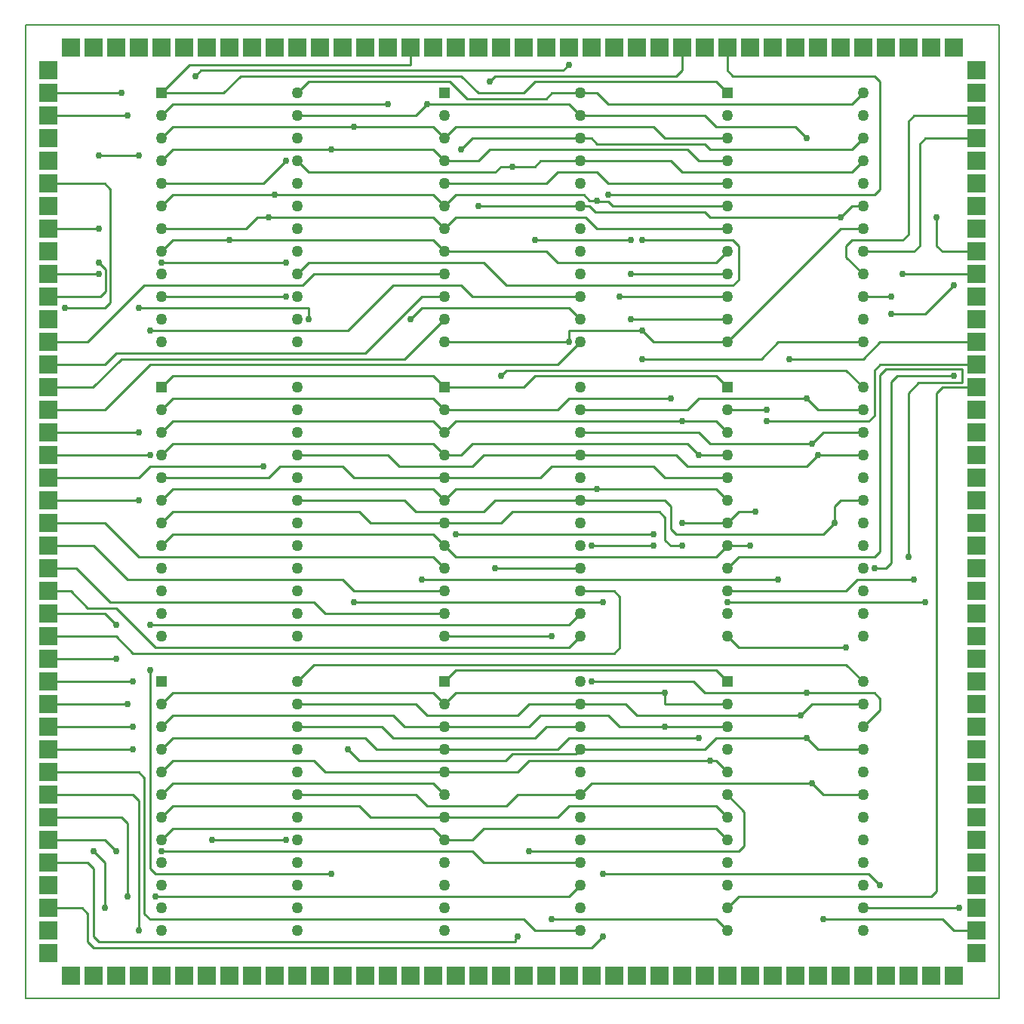
<source format=gbr>
G04 PROTEUS GERBER X2 FILE*
%TF.GenerationSoftware,Labcenter,Proteus,8.13-SP0-Build31525*%
%TF.CreationDate,2022-07-18T16:04:25+00:00*%
%TF.FileFunction,Copper,L1,Top*%
%TF.FilePolarity,Positive*%
%TF.Part,Single*%
%TF.SameCoordinates,{a14ccd22-1d2d-4c41-ae0f-5237a1d864ee}*%
%FSLAX45Y45*%
%MOMM*%
G01*
%TA.AperFunction,Conductor*%
%ADD10C,0.254000*%
%TA.AperFunction,ViaPad*%
%ADD11C,0.762000*%
%TA.AperFunction,ComponentPad*%
%ADD12R,2.032000X2.032000*%
%TA.AperFunction,ComponentPad*%
%ADD13R,1.270000X1.270000*%
%ADD14C,1.270000*%
%TA.AperFunction,Profile*%
%ADD15C,0.203200*%
%TD.AperFunction*%
D10*
X-3175000Y+2794000D02*
X-3810000Y+2794000D01*
X-3937000Y+2667000D01*
X+2413000Y-635000D02*
X+2667000Y-635000D01*
X-762000Y-3937000D02*
X-889000Y-3810000D01*
X-3810000Y-3810000D01*
X-3937000Y-3937000D01*
X-762000Y+2667000D02*
X+381000Y+2667000D01*
X+508000Y+2540000D01*
X+2286000Y+2540000D01*
X+2413000Y+2667000D01*
X-762000Y-3937000D02*
X-444500Y-3937000D01*
X-317500Y-3810000D01*
X+2286000Y-3810000D01*
X+2413000Y-3937000D01*
X-3048000Y+2794000D02*
X-3175000Y+2794000D01*
X-2921000Y+2794000D02*
X-3048000Y+2794000D01*
X-762000Y+2667000D02*
X-889000Y+2794000D01*
X-2921000Y+2794000D01*
X-762000Y-635000D02*
X-889000Y-508000D01*
X-3810000Y-508000D01*
X-3937000Y-635000D01*
X-762000Y-635000D02*
X-635000Y-762000D01*
X+2286000Y-762000D01*
X+2413000Y-635000D01*
X+762000Y-127000D02*
X+1714500Y-127000D01*
X+1778000Y-190500D01*
X+1778000Y-444500D01*
X+1841500Y-508000D01*
X+3492500Y-508000D01*
X+3619500Y-381000D01*
X+762000Y+3175000D02*
X+869950Y+3175000D01*
X+933450Y+3111500D01*
X+2159000Y+3111500D01*
X+2222500Y+3048000D01*
X+3683000Y+3048000D01*
X+762000Y-3429000D02*
X+889000Y-3302000D01*
X+3365500Y-3302000D01*
X+3619500Y-381000D02*
X+3619500Y-190500D01*
X+3683000Y-127000D01*
X+3937000Y-127000D01*
X+3683000Y+3048000D02*
X+3810000Y+3175000D01*
X+3937000Y+3175000D01*
X+762000Y-127000D02*
X-190500Y-127000D01*
X-317500Y-254000D01*
X-1079500Y-254000D01*
X-1206500Y-127000D01*
X-2413000Y-127000D01*
X+762000Y-3429000D02*
X+63500Y-3429000D01*
X-63500Y-3556000D01*
X-952500Y-3556000D01*
X-1079500Y-3429000D01*
X-2413000Y-3429000D01*
X+762000Y+3175000D02*
X-381000Y+3175000D01*
X+3365500Y-3302000D02*
X+3492500Y-3429000D01*
X+3937000Y-3429000D01*
X+762000Y-2921000D02*
X+2159000Y-2920999D01*
X+2285999Y-2794000D01*
X+3302000Y-2794000D01*
X-127000Y+3619500D02*
X-190500Y+3556000D01*
X-2285999Y+3556000D01*
X-2413000Y+3683000D01*
X-2413000Y+3683001D01*
X+762000Y+381000D02*
X+1841500Y+381001D01*
X+1968501Y+254000D01*
X+3302000Y+254000D01*
X+3429000Y+381000D01*
X+762000Y+381001D02*
X+762000Y+381000D01*
X-317500Y+381001D01*
X-444501Y+254000D01*
X-1270000Y+254000D01*
X-1397001Y+381001D01*
X-2413000Y+381000D01*
X-2413000Y+381001D01*
X+762000Y+3683000D02*
X+1778000Y+3683001D01*
X+1905001Y+3556000D01*
X+3809999Y+3556000D01*
X+3937000Y+3683000D01*
X+3937000Y+3683001D01*
X+762000Y+3683001D02*
X+762000Y+3683000D01*
X+317500Y+3683001D01*
X+253999Y+3619500D01*
X+0Y+3619500D01*
X+3429000Y+381000D02*
X+3429001Y+381001D01*
X+3937000Y+381000D01*
X+3937000Y+381001D01*
X+762000Y-2920999D02*
X+762000Y-2921000D01*
X+711199Y-2971800D01*
X+0Y-2971800D01*
X-76200Y-3048000D01*
X-1714500Y-3048000D01*
X-1841500Y-2921000D01*
X+3302000Y-2794000D02*
X+3428999Y-2920999D01*
X+3937000Y-2921000D01*
X+3937000Y-2920999D01*
X-127000Y+3619500D02*
X+0Y+3619500D01*
X-762000Y-381000D02*
X-127000Y-381000D01*
X+0Y-254000D01*
X+1651000Y-254000D01*
X+1714500Y-317500D01*
X+1714500Y-571500D01*
X+1778000Y-635000D01*
X+1905000Y-635000D01*
X-762000Y+2921000D02*
X-635000Y+3048000D01*
X+825500Y+3048000D01*
X+952500Y+2921000D01*
X+2413000Y+2921000D01*
X-762000Y+2921000D02*
X-889000Y+3048000D01*
X-2730500Y+3048000D01*
X-2857500Y+3048000D02*
X-2984500Y+2921000D01*
X-3937000Y+2921000D01*
X-762000Y-381000D02*
X-1587500Y-381000D01*
X-1714500Y-254000D01*
X-3810000Y-254000D01*
X-3937000Y-381000D01*
X-762000Y-3683000D02*
X-1587500Y-3683000D01*
X-1714500Y-3556000D01*
X-3810000Y-3556000D01*
X-3937000Y-3683000D01*
X-2857500Y+3048000D02*
X-2730500Y+3048000D01*
X+2413000Y-381000D02*
X+2540000Y-254000D01*
X+2730500Y-254000D01*
X+2413000Y-381000D02*
X+1905000Y-381000D01*
X-762000Y-3683000D02*
X+508000Y-3683000D01*
X+635000Y-3556000D01*
X+1905000Y-3556000D01*
X+2413000Y-3683000D02*
X+2286000Y-3556000D01*
X+1905000Y-3556000D01*
X+2413000Y-3429000D02*
X+2603500Y-3619500D01*
X+2603500Y-4000500D01*
X+2540000Y-4064000D01*
X+190500Y-4064000D01*
X+825500Y+0D02*
X+952500Y+0D01*
X-762000Y-127000D02*
X-635000Y+0D01*
X+825500Y+0D01*
X-762000Y+3175000D02*
X-635000Y+3302000D01*
X+806450Y+3302000D01*
X+869950Y+3238500D01*
X+952500Y+3238500D01*
X+965200Y+3225800D01*
X+1079500Y+3225800D01*
X+1130300Y+3175000D01*
X+2413000Y+3175000D01*
X+2413000Y-127000D02*
X+2286000Y+0D01*
X+952500Y+0D01*
X-2667000Y+3302000D02*
X-3810000Y+3302000D01*
X-3937000Y+3175000D01*
X-2286000Y+3302000D02*
X-2667000Y+3302000D01*
X-762000Y+3175000D02*
X-889000Y+3302000D01*
X-2286000Y+3302000D01*
X-762000Y-127000D02*
X-889000Y+0D01*
X-3810000Y+0D01*
X-3937000Y-127000D01*
X-762000Y-3429000D02*
X-889000Y-3302000D01*
X-3810000Y-3302000D01*
X-3937000Y-3429000D01*
X-2540000Y+3683000D02*
X-2794000Y+3429000D01*
X-3937000Y+3429000D01*
X-762000Y-3175000D02*
X-2095500Y-3175000D01*
X-2222500Y-3048000D01*
X-3810000Y-3048000D01*
X-3937000Y-3175000D01*
X-762000Y+127000D02*
X-1778000Y+127000D01*
X-1905000Y+254000D01*
X-2603500Y+254000D01*
X-2730500Y+127000D01*
X-3937000Y+127000D01*
X-762000Y+127000D02*
X+317500Y+127000D01*
X+444500Y+254000D01*
X+1587500Y+254000D01*
X+1714500Y+127000D01*
X+2413000Y+127000D01*
X-762000Y+3429000D02*
X+381000Y+3429000D01*
X+508000Y+3556000D01*
X+952500Y+3556000D01*
X+1079500Y+3429000D01*
X+2413000Y+3429000D01*
X-762000Y-3175000D02*
X+63500Y-3175000D01*
X+190500Y-3048000D01*
X+2222500Y-3048000D01*
X+2286000Y-3048000D01*
X+2413000Y-3175000D01*
X-762000Y+3683000D02*
X-381000Y+3683000D01*
X-254000Y+3810000D01*
X+1968500Y+3810000D01*
X+2095500Y+3683000D01*
X+2413000Y+3683000D01*
X-762000Y+381000D02*
X-889000Y+508000D01*
X-3810000Y+508000D01*
X-3937000Y+381000D01*
X-762000Y-2921000D02*
X-1524000Y-2921000D01*
X-1651000Y-2794000D01*
X-3810000Y-2794000D01*
X-3937000Y-2921000D01*
X-762000Y+381000D02*
X-571500Y+381000D01*
X-444500Y+508000D01*
X+1968500Y+508000D01*
X+2095500Y+381000D01*
X+2413000Y+381000D01*
X-2032000Y+3810000D02*
X-3810000Y+3810000D01*
X-3937000Y+3683000D01*
X-1905000Y+3810000D02*
X-1778000Y+3810000D01*
X-762000Y-2921000D02*
X+508000Y-2921000D01*
X+635000Y-2794000D01*
X+1905000Y-2794000D01*
X-1905000Y+3810000D02*
X-2032000Y+3810000D01*
X+2095500Y-2794000D02*
X+1905000Y-2794000D01*
X-762000Y+3683000D02*
X-889000Y+3810000D01*
X-1778000Y+3810000D01*
X+1587500Y-2667000D02*
X+1714500Y-2667000D01*
X-762000Y+635000D02*
X-889000Y+762000D01*
X-3810000Y+762000D01*
X-3937000Y+635000D01*
X-1778000Y+4064000D02*
X-3810000Y+4064000D01*
X-3937000Y+3937000D01*
X-762000Y+3937000D02*
X-889000Y+4064000D01*
X-1778000Y+4064000D01*
X+1905000Y+762000D02*
X+2286000Y+762000D01*
X+2413000Y+635000D01*
X-762000Y+3937000D02*
X-635000Y+4064000D01*
X+1587500Y+4064000D01*
X+1714500Y+3937000D01*
X+2413000Y+3937000D01*
X-762000Y-2667000D02*
X-1206500Y-2667000D01*
X-1333500Y-2540000D01*
X-3810000Y-2540000D01*
X-3937000Y-2667000D01*
X-762000Y+635000D02*
X-635000Y+762000D01*
X+1905000Y+762000D01*
X-762000Y-2667000D02*
X+190500Y-2667000D01*
X+317500Y-2540000D01*
X+1079500Y-2540000D01*
X+1206500Y-2667000D01*
X+1587500Y-2667000D01*
X+1714500Y-2667000D02*
X+2413000Y-2667000D01*
X-762000Y-2413000D02*
X-635000Y-2286000D01*
X+1714500Y-2286000D01*
X+1714500Y-2413000D02*
X+1714500Y-2286000D01*
X+1714500Y-2413000D02*
X+2413000Y-2413000D01*
X+2857500Y+889000D02*
X+2413000Y+889000D01*
X-3937000Y+4191000D02*
X-3810000Y+4318000D01*
X-1397000Y+4318000D01*
X-762000Y+889000D02*
X+508000Y+889000D01*
X+635000Y+1016000D01*
X+1778000Y+1016000D01*
X-3937000Y+889000D02*
X-3810000Y+1016000D01*
X-889000Y+1016000D01*
X-762000Y+889000D01*
X-762000Y-2413000D02*
X-889000Y-2286000D01*
X-3810000Y-2286000D01*
X-3937000Y-2413000D01*
X-1143000Y+4953000D02*
X-1143000Y+4762500D01*
X-3619500Y+4762500D01*
X-3937000Y+4445000D01*
X-3238500Y+4445000D01*
X-3048000Y+4635500D01*
X-571500Y+4635500D01*
X-381000Y+4445000D01*
X+127000Y+4445000D01*
X+254000Y+4572000D01*
X+2286000Y+4572000D01*
X+2413000Y+4445000D01*
X-762000Y+1143000D02*
X+127000Y+1143000D01*
X+254000Y+1270000D01*
X+2286000Y+1270000D01*
X+2413000Y+1143000D01*
X-762000Y-2159000D02*
X-635000Y-2032000D01*
X+2286000Y-2032000D01*
X+2413000Y-2159000D01*
X-762000Y+1143000D02*
X-889000Y+1270000D01*
X-3810000Y+1270000D01*
X-3937000Y+1143000D01*
X+762000Y+4191000D02*
X+2159000Y+4191001D01*
X+2286001Y+4064000D01*
X+3175000Y+4064000D01*
X+3302000Y+3937000D01*
X+762000Y+889001D02*
X+762000Y+889000D01*
X+1968500Y+889001D01*
X+2095499Y+1016000D01*
X+3302000Y+1016000D01*
X+762000Y-2413000D02*
X+1270000Y-2412999D01*
X+1397001Y-2540000D01*
X+3238500Y-2540000D01*
X+762000Y+4191001D02*
X+762000Y+4191000D01*
X+635001Y+4318000D01*
X-952500Y+4318000D01*
X-1079499Y+4191001D01*
X-2413000Y+4191000D01*
X-2413000Y+4191001D01*
X+3302000Y+1016000D02*
X+3428999Y+889001D01*
X+3937000Y+889000D01*
X+3937000Y+889001D01*
X+762000Y-2412999D02*
X+762000Y-2413000D01*
X+190500Y-2412999D01*
X+63499Y-2540000D01*
X-952500Y-2540000D01*
X-1079501Y-2412999D01*
X-2413000Y-2413000D01*
X-2413000Y-2412999D01*
X+3238500Y-2540000D02*
X+3365501Y-2412999D01*
X+3937000Y-2413000D01*
X+3937000Y-2412999D01*
X+762000Y+635001D02*
X+762000Y+635000D01*
X+2095500Y+635001D01*
X+2222501Y+508000D01*
X+3365500Y+508000D01*
X+3302000Y-2286000D02*
X+4064000Y-2286000D01*
X+4127500Y-2349500D01*
X+4127500Y-2476499D01*
X+3937000Y-2667000D01*
X+3937000Y-2666999D01*
X+3365500Y+508000D02*
X+3492501Y+635001D01*
X+3937000Y+635000D01*
X+3937000Y+635001D01*
X+762000Y-2666999D02*
X+762000Y-2667000D01*
X+381000Y-2666999D01*
X+253999Y-2794000D01*
X-1333500Y-2794000D01*
X-1460501Y-2666999D01*
X-2413000Y-2667000D01*
X-2413000Y-2666999D01*
X+762000Y+3937000D02*
X+889000Y+3937001D01*
X+952501Y+3873500D01*
X+2159000Y+3873500D01*
X+2222500Y+3810000D01*
X+3809999Y+3810000D01*
X+3937000Y+3937000D01*
X+3937000Y+3937001D01*
X+762000Y+3937001D02*
X+762000Y+3937000D01*
X-444499Y+3937001D01*
X-571500Y+3810000D01*
X+3302000Y-2286000D02*
X+2159000Y-2286000D01*
X+2032000Y-2159000D01*
X+889000Y-2159000D01*
X+5207000Y+4191000D02*
X+4508500Y+4191000D01*
X+4445000Y+4127500D01*
X+4445000Y+2857500D01*
X+4381500Y+2794000D01*
X+3810000Y+2794000D01*
X+3746500Y+2730500D01*
X+3746500Y+2603500D01*
X+3937000Y+2413000D01*
X+5207000Y+3937000D02*
X+4635500Y+3937000D01*
X+4572000Y+3873500D01*
X+4572000Y+2730500D01*
X+4508500Y+2667000D01*
X+3937000Y+2667000D01*
X+4254500Y+2159000D02*
X+3937000Y+2159000D01*
X+1016000Y-5016500D02*
X+889000Y-5143500D01*
X-4699000Y-5143500D01*
X-4762500Y-5080000D01*
X-4762500Y-4762500D01*
X-4826000Y-4699000D01*
X-5207000Y-4699000D01*
X+1206500Y+2159000D02*
X+2413000Y+2159000D01*
X+1333500Y+1905000D02*
X+2413000Y+1905000D01*
X+1460500Y+1460500D02*
X+2794000Y+1460500D01*
X+2984500Y+1651000D01*
X+3937000Y+1651000D01*
X-3937000Y+2540000D02*
X-2540000Y+2540000D01*
X+1587500Y-508000D02*
X-635000Y-508000D01*
X+2984500Y-1016000D02*
X-1016000Y-1016000D01*
X-2540000Y+2159000D02*
X-3937000Y+2159000D01*
X+635000Y+4762500D02*
X+571500Y+4699000D01*
X-3492500Y+4699000D01*
X-3556000Y+4635500D01*
X+1333500Y+2794000D02*
X+254000Y+2794000D01*
X+1460500Y+2794000D02*
X+2476500Y+2794000D01*
X+2540000Y+2730500D01*
X+2540000Y+2349500D01*
X+2476500Y+2286000D01*
X-63500Y+2286000D01*
X-317500Y+2540000D01*
X-2286000Y+2540000D01*
X-2413000Y+2413000D01*
X-254000Y+4572000D02*
X-190500Y+4635500D01*
X+1841500Y+4635500D01*
X+1905000Y+4699000D01*
X+1905000Y+4953000D01*
X+889000Y-635000D02*
X+1587500Y-635000D01*
X+1079500Y+3302000D02*
X+4064000Y+3302000D01*
X+4127500Y+3365500D01*
X+4127500Y+4572000D01*
X+4064000Y+4635500D01*
X+2476500Y+4635500D01*
X+2413000Y+4699000D01*
X+2413000Y+4953000D01*
X-1778000Y-1270000D02*
X+1016000Y-1270000D01*
X-4191000Y-4953000D02*
X-4191000Y-3492500D01*
X-4254500Y-3429000D01*
X-5207000Y-3429000D01*
X-5207000Y-3175000D02*
X-4191000Y-3175000D01*
X-4127500Y-3238500D01*
X-4127500Y-4762500D01*
X-4064000Y-4826000D01*
X+127000Y-4826000D01*
X+254000Y-4953000D01*
X+762000Y-4953000D01*
X+1333500Y+2413000D02*
X+2413000Y+2413000D01*
X+63500Y-5016500D02*
X+41698Y-5038302D01*
X+41698Y-5080000D01*
X-4635500Y-5080000D01*
X-4699000Y-5016500D01*
X-4699000Y-4254500D01*
X-4762500Y-4191000D01*
X-5207000Y-4191000D01*
X-3937000Y-4064000D02*
X-444500Y-4064000D01*
X-317500Y-4191000D01*
X+762000Y-4191000D01*
X-4445000Y-4064000D02*
X-4572000Y-3937000D01*
X-5207000Y-3937000D01*
X-4318000Y-4572000D02*
X-4318000Y-3746500D01*
X-4381500Y-3683000D01*
X-5207000Y-3683000D01*
X-4000500Y-4572000D02*
X+635000Y-4572000D01*
X+762000Y-4445000D01*
X-4254500Y-2921000D02*
X-5207000Y-2921000D01*
X+2413000Y+1651000D02*
X+3683000Y+2921000D01*
X+3937000Y+2921000D01*
X+2413000Y-4953000D02*
X+2286000Y-4826000D01*
X+444500Y-4826000D01*
X+635000Y+1651000D02*
X+635000Y+1778000D01*
X+1460500Y+1778000D01*
X+3492500Y-4826000D02*
X+4826000Y-4826000D01*
X+4953000Y-4953000D01*
X+5207000Y-4953000D01*
X+635000Y+1651000D02*
X-762000Y+1651000D01*
X+3746500Y-1778000D02*
X+2540000Y-1778000D01*
X+2413000Y-1651000D01*
X-762000Y-1651000D02*
X+444500Y-1651000D01*
X+2413000Y+1651000D02*
X+1587500Y+1651000D01*
X+1460500Y+1778000D01*
X-4254500Y-2159000D02*
X-5207000Y-2159000D01*
X-4318000Y-2413000D02*
X-5207000Y-2413000D01*
X-4254500Y-2667000D02*
X-5207000Y-2667000D01*
X-5207000Y+889000D02*
X-4572000Y+889000D01*
X-4064000Y+1397000D01*
X+508000Y+1397000D01*
X+762000Y+1651000D01*
X-1143000Y+1905000D02*
X-1016000Y+2032000D01*
X+635000Y+2032000D01*
X+762000Y+1905000D01*
X-4191000Y+2032000D02*
X-2286000Y+2032000D01*
X-2286000Y+1905000D01*
X-4191000Y+635000D02*
X-5207000Y+635000D01*
X-4064000Y+1778000D02*
X-1841500Y+1778000D01*
X-1333500Y+2286000D01*
X-571500Y+2286000D01*
X-444500Y+2159000D01*
X+762000Y+2159000D01*
X-4064000Y+381000D02*
X-5207000Y+381000D01*
X+5016500Y-4699000D02*
X+3937000Y-4699000D01*
X+5207000Y+1143000D02*
X+4826000Y+1143000D01*
X+4762500Y+1079500D01*
X+4762500Y-4508500D01*
X+4699000Y-4572000D01*
X+2540000Y-4572000D01*
X+2413000Y-4699000D01*
X-2794000Y+254000D02*
X-4064000Y+254000D01*
X-4191000Y+127000D01*
X-5207000Y+127000D01*
X-4191000Y-127000D02*
X-5207000Y-127000D01*
X-5207000Y-381000D02*
X-4572000Y-381000D01*
X-4191000Y-762000D01*
X-889000Y-762000D01*
X-762000Y-889000D01*
X-762000Y-1143000D02*
X-1778000Y-1143000D01*
X-1905000Y-1016000D01*
X-4318000Y-1016000D01*
X-4699000Y-635000D01*
X-5207000Y-635000D01*
X-762000Y-1397000D02*
X-2095500Y-1397000D01*
X-2222500Y-1270000D01*
X-4508500Y-1270000D01*
X-4889500Y-889000D01*
X-5207000Y-889000D01*
X+762000Y-1651000D02*
X+635000Y-1778000D01*
X-4000500Y-1778000D01*
X-4445000Y-1333500D01*
X-4762500Y-1333500D01*
X-4953000Y-1143000D01*
X-5207000Y-1143000D01*
X-4445000Y-1524000D02*
X-4572000Y-1397000D01*
X-5207000Y-1397000D01*
X-4064000Y-1524000D02*
X+635000Y-1524000D01*
X+762000Y-1397000D01*
X-5207000Y-1651000D02*
X-4445000Y-1651000D01*
X-4254500Y-1841500D01*
X+1143000Y-1841500D01*
X+1206500Y-1778000D01*
X+1206500Y-1206500D01*
X+1143000Y-1143000D01*
X+762000Y-1143000D01*
X-190500Y-889000D02*
X+762000Y-889000D01*
X-4445000Y-1905000D02*
X-5207000Y-1905000D01*
X+2857500Y+762000D02*
X+4000500Y+762000D01*
X+4064000Y+825500D01*
X+4064000Y+1333500D01*
X+4127500Y+1397000D01*
X+5207000Y+1397000D01*
X+3111500Y+1460500D02*
X+3937000Y+1460500D01*
X+4127500Y+1651000D01*
X+5207000Y+1651000D01*
X+4953000Y+2286000D02*
X+4635500Y+1968500D01*
X+4254500Y+1968500D01*
X+4064000Y-889000D02*
X+4191000Y-889000D01*
X+4254500Y-825500D01*
X+4254500Y+1206500D01*
X+4318000Y+1270000D01*
X+4953000Y+1270000D01*
X-4635500Y+2413000D02*
X-5207000Y+2413000D01*
X-4635500Y+2540000D02*
X-4559300Y+2463800D01*
X-4559300Y+2222500D01*
X-4622800Y+2159000D01*
X-5207000Y+2159000D01*
X-2540000Y-3937000D02*
X-3365500Y-3937000D01*
X-5207000Y+1651000D02*
X-4762500Y+1651000D01*
X-4127500Y+2286000D01*
X-2349500Y+2286000D01*
X-2222500Y+2413000D01*
X-762000Y+2413000D01*
X-762000Y+2159000D02*
X-1016000Y+2159000D01*
X-1651000Y+1524000D01*
X-4445000Y+1524000D01*
X-4572000Y+1397000D01*
X-5207000Y+1397000D01*
X-762000Y+1905000D02*
X-1206500Y+1460500D01*
X-4383351Y+1460500D01*
X-4700851Y+1143000D01*
X-5207000Y+1143000D01*
X+4445000Y-762000D02*
X+4445000Y+1079500D01*
X+4559300Y+1193800D01*
X+5048250Y+1193800D01*
X+5048250Y+1346200D01*
X+4191000Y+1346200D01*
X+4127500Y+1282700D01*
X+4127500Y-698500D01*
X+4064000Y-762000D01*
X+2540000Y-762000D01*
X+2413000Y-889000D01*
X+4508500Y-1016000D02*
X+3873500Y-1016000D01*
X+3746500Y-1143000D01*
X+2413000Y-1143000D01*
X+2413000Y-1270000D02*
X+4635500Y-1270000D01*
X+4762500Y+3048000D02*
X+4762500Y+2730500D01*
X+4826000Y+2667000D01*
X+5207000Y+2667000D01*
X+4381500Y+2413000D02*
X+5207000Y+2413000D01*
X-4381500Y+4445000D02*
X-5207000Y+4445000D01*
X-4318000Y+4191000D02*
X-5207000Y+4191000D01*
X-4635500Y+3746500D02*
X-4191000Y+3746500D01*
X-5016500Y+2032000D02*
X-4572000Y+2032000D01*
X-4508500Y+2095500D01*
X-4508500Y+3365500D01*
X-4572000Y+3429000D01*
X-5207000Y+3429000D01*
X-4699000Y-4064000D02*
X-4572000Y-4191000D01*
X-4572000Y-4699000D01*
X-4635500Y+2921000D02*
X-5207000Y+2921000D01*
X-2032000Y-4318000D02*
X-4000500Y-4318000D01*
X-4064000Y-4254500D01*
X-4064000Y-2032000D01*
X+3937000Y+1143000D02*
X+3746500Y+1333500D01*
X-63500Y+1333500D01*
X-127000Y+1270000D01*
X+3937000Y-2159000D02*
X+3746500Y-1968500D01*
X-2222500Y-1968500D01*
X-2413000Y-2159000D01*
X+762000Y+4445000D02*
X+444500Y+4445000D01*
X+381000Y+4381500D01*
X-508000Y+4381500D01*
X-698500Y+4572000D01*
X-2286000Y+4572000D01*
X-2413000Y+4445000D01*
X+762000Y+4445000D02*
X+952500Y+4445000D01*
X+1079500Y+4318000D01*
X+3810000Y+4318000D01*
X+3937000Y+4445000D01*
X+1016000Y-4318000D02*
X+4000500Y-4318000D01*
X+4127500Y-4445000D01*
D11*
X-3175000Y+2794000D03*
X+2667000Y-635000D03*
X+3619500Y-381000D03*
X+3365500Y-3302000D03*
X+3683000Y+3048000D03*
X-381000Y+3175000D03*
X+0Y+3619500D03*
X-1841500Y-2921000D03*
X+3302000Y-2794000D03*
X+3429000Y+381000D03*
X-2730500Y+3048000D03*
X+2730500Y-254000D03*
X+1905000Y-381000D03*
X+1905000Y-635000D03*
X+190500Y-4064000D03*
X+952500Y+0D03*
X+952500Y+3238500D03*
X-2667000Y+3302000D03*
X-2540000Y+3683000D03*
X+2222500Y-3048000D03*
X-2032000Y+3810000D03*
X+2095500Y+381000D03*
X+2095500Y-2794000D03*
X+1714500Y-2667000D03*
X-1778000Y+4064000D03*
X+1905000Y+762000D03*
X+1714500Y-2286000D03*
X+2857500Y+889000D03*
X-1397000Y+4318000D03*
X+1778000Y+1016000D03*
X+3302000Y+3937000D03*
X+3238500Y-2540000D03*
X-952500Y+4318000D03*
X+3302000Y+1016000D03*
X-571500Y+3810000D03*
X+889000Y-2159000D03*
X+3302000Y-2286000D03*
X+3365500Y+508000D03*
X+4254500Y+2159000D03*
X+1016000Y-5016500D03*
X+1206500Y+2159000D03*
X+1333500Y+1905000D03*
X+1460500Y+1460500D03*
X-2540000Y+2540000D03*
X-3937000Y+2540000D03*
X-635000Y-508000D03*
X+1587500Y-508000D03*
X-1016000Y-1016000D03*
X+2984500Y-1016000D03*
X-2540000Y+2159000D03*
X-3556000Y+4635500D03*
X+635000Y+4762500D03*
X+254000Y+2794000D03*
X+1333500Y+2794000D03*
X+1460500Y+2794000D03*
X-254000Y+4572000D03*
X+1587500Y-635000D03*
X+889000Y-635000D03*
X+1079500Y+3302000D03*
X+1016000Y-1270000D03*
X-1778000Y-1270000D03*
X-4191000Y-4953000D03*
X+1333500Y+2413000D03*
X+63500Y-5016500D03*
X-3937000Y-4064000D03*
X-4445000Y-4064000D03*
X-4318000Y-4572000D03*
X-4000500Y-4572000D03*
X-4254500Y-2921000D03*
X+444500Y-4826000D03*
X+3492500Y-4826000D03*
X+3746500Y-1778000D03*
X+1460500Y+1778000D03*
X+635000Y+1651000D03*
X+444500Y-1651000D03*
X-4254500Y-2159000D03*
X-4318000Y-2413000D03*
X-4254500Y-2667000D03*
X-1143000Y+1905000D03*
X-2286000Y+1905000D03*
X-4191000Y+2032000D03*
X-4191000Y+635000D03*
X-4064000Y+1778000D03*
X-4064000Y+381000D03*
X+5016500Y-4699000D03*
X-2794000Y+254000D03*
X-4191000Y-127000D03*
X-4445000Y-1524000D03*
X-4064000Y-1524000D03*
X-190500Y-889000D03*
X-4445000Y-1905000D03*
X+2857500Y+762000D03*
X+3111500Y+1460500D03*
X+4254500Y+1968500D03*
X+4953000Y+2286000D03*
X+4953000Y+1270000D03*
X+4064000Y-889000D03*
X-4635500Y+2413000D03*
X-4635500Y+2540000D03*
X-3365500Y-3937000D03*
X-2540000Y-3937000D03*
X+4445000Y-762000D03*
X+4508500Y-1016000D03*
X+4635500Y-1270000D03*
X+2413000Y-1270000D03*
X+4762500Y+3048000D03*
X+4381500Y+2413000D03*
X-4381500Y+4445000D03*
X-4318000Y+4191000D03*
X-4191000Y+3746500D03*
X-4635500Y+3746500D03*
X-5016500Y+2032000D03*
X-4572000Y-4699000D03*
X-4699000Y-4064000D03*
X-4635500Y+2921000D03*
X-4064000Y-2032000D03*
X-2032000Y-4318000D03*
X-127000Y+1270000D03*
X+4127500Y-4445000D03*
X+1016000Y-4318000D03*
D12*
X-2921000Y+4953000D03*
X-2667000Y+4953000D03*
X-2413000Y+4953000D03*
X-2159000Y+4953000D03*
X-1905000Y+4953000D03*
X-1651000Y+4953000D03*
X-1397000Y+4953000D03*
X-1143000Y+4953000D03*
X-889000Y+4953000D03*
X-635000Y+4953000D03*
X-381000Y+4953000D03*
X-127000Y+4953000D03*
X+127000Y+4953000D03*
X+381000Y+4953000D03*
X+635000Y+4953000D03*
X+889000Y+4953000D03*
X+1143000Y+4953000D03*
X+1397000Y+4953000D03*
X+1651000Y+4953000D03*
X+1905000Y+4953000D03*
X+2159000Y+4953000D03*
X+2413000Y+4953000D03*
X+2667000Y+4953000D03*
X+2921000Y+4953000D03*
X+3175000Y+4953000D03*
X+3429000Y+4953000D03*
X+3683000Y+4953000D03*
X+3937000Y+4953000D03*
X+4191000Y+4953000D03*
X+4445000Y+4953000D03*
X+4699000Y+4953000D03*
X+4953000Y+4953000D03*
X-4953000Y+4953000D03*
X-4699000Y+4953000D03*
X-4445000Y+4953000D03*
X-4191000Y+4953000D03*
X-3937000Y+4953000D03*
X-3683000Y+4953000D03*
X-3429000Y+4953000D03*
X-3175000Y+4953000D03*
X-4953000Y-5461000D03*
X-4699000Y-5461000D03*
X-4445000Y-5461000D03*
X-4191000Y-5461000D03*
X-3937000Y-5461000D03*
X-3683000Y-5461000D03*
X-3429000Y-5461000D03*
X-3175000Y-5461000D03*
X-2921000Y-5461000D03*
X-2667000Y-5461000D03*
X-2413000Y-5461000D03*
X-2159000Y-5461000D03*
X-1905000Y-5461000D03*
X-1651000Y-5461000D03*
X-1397000Y-5461000D03*
X-1143000Y-5461000D03*
X-889000Y-5461000D03*
X-635000Y-5461000D03*
X-381000Y-5461000D03*
X-127000Y-5461000D03*
X+127000Y-5461000D03*
X+381000Y-5461000D03*
X+635000Y-5461000D03*
X+889000Y-5461000D03*
X+1143000Y-5461000D03*
X+1397000Y-5461000D03*
X+1651000Y-5461000D03*
X+1905000Y-5461000D03*
X+2159000Y-5461000D03*
X+2413000Y-5461000D03*
X+2667000Y-5461000D03*
X+2921000Y-5461000D03*
X+3175000Y-5461000D03*
X+3429000Y-5461000D03*
X+3683000Y-5461000D03*
X+3937000Y-5461000D03*
X+4191000Y-5461000D03*
X+4445000Y-5461000D03*
X+4699000Y-5461000D03*
X+4953000Y-5461000D03*
X-5207000Y+4699000D03*
X-5207000Y+4445000D03*
X-5207000Y+4191000D03*
X-5207000Y+3937000D03*
X-5207000Y+3683000D03*
X-5207000Y+3429000D03*
X-5207000Y+3175000D03*
X-5207000Y+2921000D03*
X-5207000Y+2667000D03*
X-5207000Y+2413000D03*
X-5207000Y+2159000D03*
X-5207000Y+1905000D03*
X-5207000Y+1651000D03*
X-5207000Y+1397000D03*
X-5207000Y+1143000D03*
X-5207000Y+889000D03*
X-5207000Y+635000D03*
X-5207000Y+381000D03*
X-5207000Y+127000D03*
X-5207000Y-127000D03*
X-5207000Y-381000D03*
X-5207000Y-635000D03*
X-5207000Y-889000D03*
X-5207000Y-1143000D03*
X-5207000Y-1397000D03*
X-5207000Y-1651000D03*
X-5207000Y-1905000D03*
X-5207000Y-2159000D03*
X-5207000Y-2413000D03*
X-5207000Y-2667000D03*
X-5207000Y-2921000D03*
X-5207000Y-3175000D03*
X-5207000Y-3429000D03*
X-5207000Y-3683000D03*
X-5207000Y-3937000D03*
X-5207000Y-4191000D03*
X-5207000Y-4445000D03*
X-5207000Y-4699000D03*
X-5207000Y-4953000D03*
X-5207000Y-5207000D03*
X+5207000Y+4699000D03*
X+5207000Y+4445000D03*
X+5207000Y+4191000D03*
X+5207000Y+3937000D03*
X+5207000Y+3683000D03*
X+5207000Y+3429000D03*
X+5207000Y+3175000D03*
X+5207000Y+2921000D03*
X+5207000Y+2667000D03*
X+5207000Y+2413000D03*
X+5207000Y+2159000D03*
X+5207000Y+1905000D03*
X+5207000Y+1651000D03*
X+5207000Y+1397000D03*
X+5207000Y+1143000D03*
X+5207000Y+889000D03*
X+5207000Y+635000D03*
X+5207000Y+381000D03*
X+5207000Y+127000D03*
X+5207000Y-127000D03*
X+5207000Y-381000D03*
X+5207000Y-635000D03*
X+5207000Y-889000D03*
X+5207000Y-1143000D03*
X+5207000Y-1397000D03*
X+5207000Y-1651000D03*
X+5207000Y-1905000D03*
X+5207000Y-2159000D03*
X+5207000Y-2413000D03*
X+5207000Y-2667000D03*
X+5207000Y-2921000D03*
X+5207000Y-3175000D03*
X+5207000Y-3429000D03*
X+5207000Y-3683000D03*
X+5207000Y-3937000D03*
X+5207000Y-4191000D03*
X+5207000Y-4445000D03*
X+5207000Y-4699000D03*
X+5207000Y-4953000D03*
X+5207000Y-5207000D03*
D13*
X-3937000Y+4445000D03*
D14*
X-3937000Y+4191000D03*
X-3937000Y+3937000D03*
X-3937000Y+3683000D03*
X-3937000Y+3429000D03*
X-3937000Y+3175000D03*
X-3937000Y+2921000D03*
X-3937000Y+2667000D03*
X-3937000Y+2413000D03*
X-3937000Y+2159000D03*
X-3937000Y+1905000D03*
X-3937000Y+1651000D03*
X-2413000Y+1651000D03*
X-2413000Y+1905000D03*
X-2413000Y+2159000D03*
X-2413000Y+2413000D03*
X-2413000Y+2667000D03*
X-2413000Y+2921000D03*
X-2413000Y+3175000D03*
X-2413000Y+3429000D03*
X-2413000Y+3683000D03*
X-2413000Y+3937000D03*
X-2413000Y+4191000D03*
X-2413000Y+4445000D03*
D13*
X-3937000Y+1143000D03*
D14*
X-3937000Y+889000D03*
X-3937000Y+635000D03*
X-3937000Y+381000D03*
X-3937000Y+127000D03*
X-3937000Y-127000D03*
X-3937000Y-381000D03*
X-3937000Y-635000D03*
X-3937000Y-889000D03*
X-3937000Y-1143000D03*
X-3937000Y-1397000D03*
X-3937000Y-1651000D03*
X-2413000Y-1651000D03*
X-2413000Y-1397000D03*
X-2413000Y-1143000D03*
X-2413000Y-889000D03*
X-2413000Y-635000D03*
X-2413000Y-381000D03*
X-2413000Y-127000D03*
X-2413000Y+127000D03*
X-2413000Y+381000D03*
X-2413000Y+635000D03*
X-2413000Y+889000D03*
X-2413000Y+1143000D03*
D13*
X-3937000Y-2159000D03*
D14*
X-3937000Y-2413000D03*
X-3937000Y-2667000D03*
X-3937000Y-2921000D03*
X-3937000Y-3175000D03*
X-3937000Y-3429000D03*
X-3937000Y-3683000D03*
X-3937000Y-3937000D03*
X-3937000Y-4191000D03*
X-3937000Y-4445000D03*
X-3937000Y-4699000D03*
X-3937000Y-4953000D03*
X-2413000Y-4953000D03*
X-2413000Y-4699000D03*
X-2413000Y-4445000D03*
X-2413000Y-4191000D03*
X-2413000Y-3937000D03*
X-2413000Y-3683000D03*
X-2413000Y-3429000D03*
X-2413000Y-3175000D03*
X-2413000Y-2921000D03*
X-2413000Y-2667000D03*
X-2413000Y-2413000D03*
X-2413000Y-2159000D03*
D13*
X-762000Y+4445000D03*
D14*
X-762000Y+4191000D03*
X-762000Y+3937000D03*
X-762000Y+3683000D03*
X-762000Y+3429000D03*
X-762000Y+3175000D03*
X-762000Y+2921000D03*
X-762000Y+2667000D03*
X-762000Y+2413000D03*
X-762000Y+2159000D03*
X-762000Y+1905000D03*
X-762000Y+1651000D03*
X+762000Y+1651000D03*
X+762000Y+1905000D03*
X+762000Y+2159000D03*
X+762000Y+2413000D03*
X+762000Y+2667000D03*
X+762000Y+2921000D03*
X+762000Y+3175000D03*
X+762000Y+3429000D03*
X+762000Y+3683000D03*
X+762000Y+3937000D03*
X+762000Y+4191000D03*
X+762000Y+4445000D03*
D13*
X-762000Y+1143000D03*
D14*
X-762000Y+889000D03*
X-762000Y+635000D03*
X-762000Y+381000D03*
X-762000Y+127000D03*
X-762000Y-127000D03*
X-762000Y-381000D03*
X-762000Y-635000D03*
X-762000Y-889000D03*
X-762000Y-1143000D03*
X-762000Y-1397000D03*
X-762000Y-1651000D03*
X+762000Y-1651000D03*
X+762000Y-1397000D03*
X+762000Y-1143000D03*
X+762000Y-889000D03*
X+762000Y-635000D03*
X+762000Y-381000D03*
X+762000Y-127000D03*
X+762000Y+127000D03*
X+762000Y+381000D03*
X+762000Y+635000D03*
X+762000Y+889000D03*
X+762000Y+1143000D03*
D13*
X-762000Y-2159000D03*
D14*
X-762000Y-2413000D03*
X-762000Y-2667000D03*
X-762000Y-2921000D03*
X-762000Y-3175000D03*
X-762000Y-3429000D03*
X-762000Y-3683000D03*
X-762000Y-3937000D03*
X-762000Y-4191000D03*
X-762000Y-4445000D03*
X-762000Y-4699000D03*
X-762000Y-4953000D03*
X+762000Y-4953000D03*
X+762000Y-4699000D03*
X+762000Y-4445000D03*
X+762000Y-4191000D03*
X+762000Y-3937000D03*
X+762000Y-3683000D03*
X+762000Y-3429000D03*
X+762000Y-3175000D03*
X+762000Y-2921000D03*
X+762000Y-2667000D03*
X+762000Y-2413000D03*
X+762000Y-2159000D03*
D13*
X+2413000Y+4445000D03*
D14*
X+2413000Y+4191000D03*
X+2413000Y+3937000D03*
X+2413000Y+3683000D03*
X+2413000Y+3429000D03*
X+2413000Y+3175000D03*
X+2413000Y+2921000D03*
X+2413000Y+2667000D03*
X+2413000Y+2413000D03*
X+2413000Y+2159000D03*
X+2413000Y+1905000D03*
X+2413000Y+1651000D03*
X+3937000Y+1651000D03*
X+3937000Y+1905000D03*
X+3937000Y+2159000D03*
X+3937000Y+2413000D03*
X+3937000Y+2667000D03*
X+3937000Y+2921000D03*
X+3937000Y+3175000D03*
X+3937000Y+3429000D03*
X+3937000Y+3683000D03*
X+3937000Y+3937000D03*
X+3937000Y+4191000D03*
X+3937000Y+4445000D03*
D13*
X+2413000Y+1143000D03*
D14*
X+2413000Y+889000D03*
X+2413000Y+635000D03*
X+2413000Y+381000D03*
X+2413000Y+127000D03*
X+2413000Y-127000D03*
X+2413000Y-381000D03*
X+2413000Y-635000D03*
X+2413000Y-889000D03*
X+2413000Y-1143000D03*
X+2413000Y-1397000D03*
X+2413000Y-1651000D03*
X+3937000Y-1651000D03*
X+3937000Y-1397000D03*
X+3937000Y-1143000D03*
X+3937000Y-889000D03*
X+3937000Y-635000D03*
X+3937000Y-381000D03*
X+3937000Y-127000D03*
X+3937000Y+127000D03*
X+3937000Y+381000D03*
X+3937000Y+635000D03*
X+3937000Y+889000D03*
X+3937000Y+1143000D03*
D13*
X+2413000Y-2159000D03*
D14*
X+2413000Y-2413000D03*
X+2413000Y-2667000D03*
X+2413000Y-2921000D03*
X+2413000Y-3175000D03*
X+2413000Y-3429000D03*
X+2413000Y-3683000D03*
X+2413000Y-3937000D03*
X+2413000Y-4191000D03*
X+2413000Y-4445000D03*
X+2413000Y-4699000D03*
X+2413000Y-4953000D03*
X+3937000Y-4953000D03*
X+3937000Y-4699000D03*
X+3937000Y-4445000D03*
X+3937000Y-4191000D03*
X+3937000Y-3937000D03*
X+3937000Y-3683000D03*
X+3937000Y-3429000D03*
X+3937000Y-3175000D03*
X+3937000Y-2921000D03*
X+3937000Y-2667000D03*
X+3937000Y-2413000D03*
X+3937000Y-2159000D03*
D15*
X-5461000Y-5715000D02*
X+5461000Y-5715000D01*
X+5461000Y+5207000D01*
X-5461000Y+5207000D01*
X-5461000Y-5715000D01*
M02*

</source>
